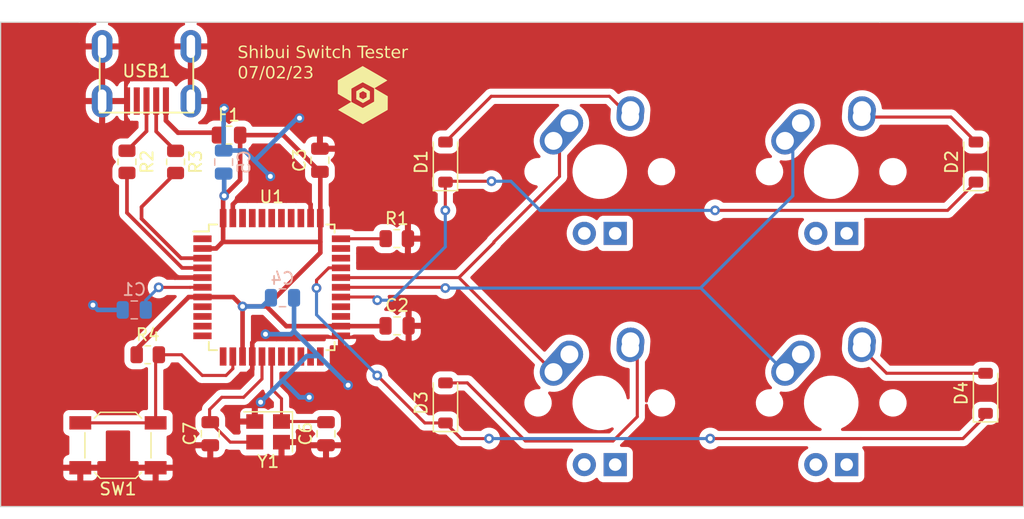
<source format=kicad_pcb>
(kicad_pcb (version 20221018) (generator pcbnew)
  (layers (0 "F.Cu" signal "Front") (31 "B.Cu" signal "Back") (34 "B.Paste" user) (35 "F.Paste" user) (36 "B.SilkS" user "B.Silkscreen") (37 "F.SilkS" user "F.Silkscreen") (38 "B.Mask" user) (39 "F.Mask" user) (44 "Edge.Cuts" user))
  (net 0 "")
  (net 2 "Net-(U1-UCAP)")
  (net 3 "GND")
  (net 4 "+5V")
  (net 5 "Net-(U1-XTAL1)")
  (net 6 "Net-(U1-XTAL2)")
  (net 7 "ROW0")
  (net 13 "Net-(D1-A)")
  (net 14 "Net-(D2-A)")
  (net 15 "ROW1")
  (net 16 "Net-(D3-A)")
  (net 17 "Net-(D4-A)")
  (net 23 "VCC")
  (net 28 "COL0")
  (net 36 "COL1")
  (net 37 "Net-(U1-~{HWB}{slash}PE2)")
  (net 38 "/D+_ic")
  (net 39 "/D-_ic")
  (net 40 "Net-(U1-~{RESET})")
  (net 42 "D+")
  (net 43 "D-")
  (footprint "Resistor_SMD:R_0805_2012Metric" (layer "F.Cu") (at 96.009821 54.727375)
    (fp_text reference "R1" (at 0 -1.65) (layer "F.SilkS"))
    (fp_text value "10k")
    (fp_line (start -0.227064 -0.735) (end 0.227064 -0.735) (stroke (width 0.12)) (layer "F.SilkS"))
    (fp_line (start -0.227064 0.735) (end 0.227064 0.735) (stroke (width 0.12)) (layer "F.SilkS"))
    (pad "1" smd roundrect (at -0.9125 0) (size 1.025 1.4) (layers "F.Cu" "F.Paste" "F.Mask") (roundrect_rratio 0.243902439) (net 37 "Net-(U1-~{HWB}{slash}PE2)"))
    (pad "2" smd roundrect (at 0.9125 0) (size 1.025 1.4) (layers "F.Cu" "F.Paste" "F.Mask") (roundrect_rratio 0.243902439) (net 3 "GND"))
  )
  (footprint "MX_Alps_Hybrid:MX-1U" (layer "F.Cu") (at 131.7625 49.2125)
    (fp_text reference "MX2")
    (fp_text value "MX-NoLED")
    (pad "" np_thru_hole circle (at -5.08 0 48.0996) (size 1.75 1.75) (drill 1.75) (layers "*.Cu" "*.Mask"))
    (pad "" np_thru_hole circle (at 0 0) (size 3.9878 3.9878) (drill 3.9878) (layers "*.Cu" "*.Mask"))
    (pad "" np_thru_hole circle (at 5.08 0 48.0996) (size 1.75 1.75) (drill 1.75) (layers "*.Cu" "*.Mask"))
    (pad "1" thru_hole oval (at -3.81 -2.54 48.099) (size 4.211556 2.25) (drill 1.47 (offset 0.980778 0)) (layers "*.Cu" "*.Mask") (net 36 "COL1"))
    (pad "1" thru_hole circle (at -2.5 -4) (size 2.25 2.25) (drill 1.47) (layers "*.Cu" "*.Mask") (net 36 "COL1"))
    (pad "2" thru_hole oval (at 2.5 -4.5 86.054) (size 2.831378 2.25) (drill 1.47 (offset 0.290689 0)) (layers "*.Cu" "*.Mask") (net 14 "Net-(D2-A)"))
    (pad "2" thru_hole circle (at 2.54 -5.08) (size 2.25 2.25) (drill 1.47) (layers "*.Cu" "B.Mask") (net 14 "Net-(D2-A)"))
    (pad "3" thru_hole circle (at -1.27 5.08) (size 1.905 1.905) (drill 1.04) (layers "*.Cu" "*.Mask"))
    (pad "4" thru_hole rect (at 1.27 5.08) (size 1.905 1.905) (drill 1.04) (layers "*.Cu" "*.Mask"))
  )
  (footprint "LOGO" (layer "F.Cu") (at 93.2 42.9)
    (fp_text reference "G***" hide)
    (fp_text value "LOGO" hide)
    (fp_poly (pts (xy 0.308773 -0.472663) (xy 0.591777 -0.309887) (xy 0.591777 0.012286) (xy 0.591777 0.33446) (xy 0.308852 0.497929) (xy 0.235573 0.540149) (xy 0.169047 0.57825) (xy 0.111856 0.610773) (xy 0.06658 0.636256) (xy 0.035801 0.653241) (xy 0.0221 0.660266) (xy 0.021666 0.660369) (xy 0.010923 0.654487) (xy -0.017231 0.638413) (xy -0.060173 0.613665) (xy -0.115278 0.581758) (xy -0.17992 0.54421) (xy -0.251476 0.502538) (xy -0.255276 0.500322) (xy -0.527958 0.341304) (xy -0.527958 0.182851) (xy -0.26688 0.182851) (xy -0.124737 0.264783) (xy -0.07319 0.294263) (xy -0.028936 0.319135) (xy 0.004216 0.33729) (xy 0.022452 0.346619) (xy 0.024605 0.347409) (xy 0.036777 0.342158) (xy 0.064993 0.327295) (xy 0.105296 0.304977) (xy 0.153728 0.277363) (xy 0.163846 0.271508) (xy 0.214418 0.241914) (xy 0.258422 0.215684) (xy 0.291562 0.195412) (xy 0.309542 0.183693) (xy 0.310701 0.182805) (xy 0.316936 0.170887) (xy 0.32092 0.145413) (xy 0.322836 0.10361) (xy 0.322869 0.042704) (xy 0.322305 0.007609) (xy 0.319095 -0.155481) (xy 0.172576 -0.240522) (xy 0.026056 -0.325564) (xy -0.120318 -0.241105) (xy -0.266692 -0.156647) (xy -0.266786 0.013102) (xy -0.26688 0.182851) (xy -0.527958 0.182851) (xy -0.527958 0.0126) (xy -0.527958 -0.316104) (xy -0.251095 -0.475771) (xy 0.025768 -0.635438)) (fill solid) (layer "F.SilkS"))
    (fp_poly (pts (xy 1.019323 -1.801936) (xy 1.195297 -1.700299) (xy 1.351882 -1.609628) (xy 1.489878 -1.529444) (xy 1.610083 -1.459269) (xy 1.713297 -1.398626) (xy 1.800321 -1.347036) (xy 1.871954 -1.304021) (xy 1.928996 -1.269103) (xy 1.972247 -1.241804) (xy 2.002505 -1.221647) (xy 2.020572 -1.208153) (xy 2.027247 -1.200844) (xy 2.027016 -1.199635) (xy 2.014617 -1.191323) (xy 1.984208 -1.172316) (xy 1.937723 -1.143786) (xy 1.877095 -1.106904) (xy 1.804259 -1.062843) (xy 1.721148 -1.012773) (xy 1.629695 -0.957867) (xy 1.531834 -0.899297) (xy 1.50265 -0.881864) (xy 1.403274 -0.82244) (xy 1.309727 -0.766331) (xy 1.223948 -0.714711) (xy 1.147871 -0.668753) (xy 1.083433 -0.62963) (xy 1.032572 -0.598517) (xy 0.997223 -0.576586) (xy 0.979324 -0.565012) (xy 0.97768 -0.563766) (xy 0.978902 -0.558131) (xy 0.990392 -0.547214) (xy 1.013324 -0.530278) (xy 1.048869 -0.506589) (xy 1.098199 -0.475414) (xy 1.162486 -0.436015) (xy 1.242903 -0.38766) (xy 1.340621 -0.329614) (xy 1.456813 -0.261141) (xy 1.51445 -0.227311) (xy 2.065637 0.095889) (xy 2.062627 0.657901) (xy 2.059616 1.219912) (xy 1.044312 1.806502) (xy 0.903069 1.888078) (xy 0.767429 1.966365) (xy 0.63875 2.040583) (xy 0.518391 2.109949) (xy 0.40771 2.173684) (xy 0.308064 2.231007) (xy 0.220811 2.281136) (xy 0.14731 2.323291) (xy 0.088919 2.356691) (xy 0.046995 2.380554) (xy 0.022897 2.3941) (xy 0.017405 2.397014) (xy 0.005026 2.392291) (xy -0.025039 2.377114) (xy -0.070458 2.352768) (xy -0.128899 2.32054) (xy -0.198027 2.281714) (xy -0.275512 2.237576) (xy -0.353906 2.192378) (xy -0.430775 2.147843) (xy -0.524628 2.093521) (xy -0.632341 2.031219) (xy -0.750793 1.962741) (xy -0.876861 1.88989) (xy -1.007422 1.814472) (xy -1.139355 1.738291) (xy -1.269536 1.663151) (xy -1.372068 1.603994) (xy -1.485123 1.53869) (xy -1.592034 1.476762) (xy -1.691136 1.419185) (xy -1.780768 1.366935) (xy -1.859265 1.320985) (xy -1.924963 1.282311) (xy -1.976198 1.251887) (xy -2.011308 1.230689) (xy -2.028628 1.21969) (xy -2.030203 1.218365) (xy -2.020467 1.211505) (xy -1.992591 1.193887) (xy -1.948381 1.166609) (xy -1.889648 1.130769) (xy -1.818199 1.087464) (xy -1.735844 1.037791) (xy -1.644392 0.982849) (xy -1.54565 0.923735) (xy -1.485244 0.887666) (xy -1.383073 0.82661) (xy -1.287132 0.769072) (xy -1.199231 0.716149) (xy -1.121178 0.668942) (xy -1.054782 0.628549) (xy -1.001854 0.59607) (xy -0.964201 0.572603) (xy -0.943633 0.559248) (xy -0.940244 0.556562) (xy -0.949898 0.549711) (xy -0.977794 0.532245) (xy -1.022131 0.505242) (xy -1.081105 0.469779) (xy -1.152911 0.426934) (xy -1.235748 0.377784) (xy -1.327811 0.323406) (xy -1.427298 0.264877) (xy -1.493947 0.225788) (xy -2.048013 -0.09878) (xy -2.048013 -0.527958) (xy -0.928356 -0.527958) (xy -0.925416 0.020892) (xy -0.922476 0.569741) (xy -0.458337 0.816913) (xy 0.005802 1.064086) (xy 0.093924 1.016488) (xy 0.124497 0.9997) (xy 0.172303 0.973098) (xy 0.2344 0.938336) (xy 0.307843 0.897067) (xy 0.389692 0.850944) (xy 0.477002 0.801621) (xy 0.560703 0.754226) (xy 0.939359 0.539561) (xy 0.93962 -0.007615) (xy 0.939881 -0.554791) (xy 0.478643 -0.798692) (xy 0.383067 -0.849173) (xy 0.293641 -0.896288) (xy 0.212486 -0.938931) (xy 0.141722 -0.975992) (xy 0.083468 -1.006363) (xy 0.039845 -1.028935) (xy 0.012973 -1.0426) (xy 0.00503 -1.046354) (xy -0.007304 -1.041571) (xy -0.037715 -1.026387) (xy -0.084136 -1.001926) (xy -0.144501 -0.969314) (xy -0.216745 -0.929673) (xy -0.298801 -0.884128) (xy -0.388604 -0.833804) (xy -0.467851 -0.789036) (xy -0.928356 -0.527958) (xy -2.048013 -0.527958) (xy -2.048013 -0.654364) (xy -2.048013 -1.209947) (xy -1.025098 -1.800628) (xy -0.002184 -2.391309)) (fill solid) (layer "F.SilkS"))
  )
  (footprint "Capacitor_SMD:C_0805_2012Metric" (layer "F.Cu") (at 89.68125 48.268896 90)
    (fp_text reference "C3" (at 0 -1.68 90) (layer "F.SilkS"))
    (fp_text value "10uF")
    (fp_line (start -0.261252 -0.735) (end 0.261252 -0.735) (stroke (width 0.12)) (layer "F.SilkS"))
    (fp_line (start -0.261252 0.735) (end 0.261252 0.735) (stroke (width 0.12)) (layer "F.SilkS"))
    (pad "1" smd roundrect (at -0.95 0 90) (size 1 1.45) (layers "F.Cu" "F.Paste" "F.Mask") (net 4 "+5V"))
    (pad "2" smd roundrect (at 0.95 0 90) (size 1 1.45) (layers "F.Cu" "F.Paste" "F.Mask") (net 3 "GND"))
  )
  (footprint "Diode_SMD:D_SOD-123" (layer "F.Cu") (at 100.0125 68.2625 90)
    (fp_text reference "D3" (at 0 -2 90) (layer "F.SilkS"))
    (fp_text value "D_Small")
    (fp_line (start -2.36 -1) (end -2.36 1) (stroke (width 0.12)) (layer "F.SilkS"))
    (fp_line (start -2.36 -1) (end 1.65 -1) (stroke (width 0.12)) (layer "F.SilkS"))
    (fp_line (start -2.36 1) (end 1.65 1) (stroke (width 0.12)) (layer "F.SilkS"))
    (pad "1" smd roundrect (at -1.65 0 90) (size 0.9 1.2) (layers "F.Cu" "F.Paste" "F.Mask") (net 15 "ROW1"))
    (pad "2" smd roundrect (at 1.65 0 90) (size 0.9 1.2) (layers "F.Cu" "F.Paste" "F.Mask") (net 16 "Net-(D3-A)"))
  )
  (footprint "Resistor_SMD:R_0805_2012Metric" (layer "F.Cu") (at 73.8 48.4 -90)
    (fp_text reference "R2" (at 0 -1.65 90) (layer "F.SilkS"))
    (fp_text value "22")
    (fp_line (start -0.227064 -0.735) (end 0.227064 -0.735) (stroke (width 0.12)) (layer "F.SilkS"))
    (fp_line (start -0.227064 0.735) (end 0.227064 0.735) (stroke (width 0.12)) (layer "F.SilkS"))
    (pad "1" smd roundrect (at -0.9125 0 270) (size 1.025 1.4) (layers "F.Cu" "F.Paste" "F.Mask") (roundrect_rratio 0.243902439) (net 42 "D+"))
    (pad "2" smd roundrect (at 0.9125 0 270) (size 1.025 1.4) (layers "F.Cu" "F.Paste" "F.Mask") (roundrect_rratio 0.243902439) (net 38 "/D+_ic"))
  )
  (footprint "Diode_SMD:D_SOD-123" (layer "F.Cu") (at 144.4625 67.46875 90)
    (fp_text reference "D4" (at 0 -2 90) (layer "F.SilkS"))
    (fp_text value "D_Small")
    (fp_line (start -2.36 -1) (end -2.36 1) (stroke (width 0.12)) (layer "F.SilkS"))
    (fp_line (start -2.36 -1) (end 1.65 -1) (stroke (width 0.12)) (layer "F.SilkS"))
    (fp_line (start -2.36 1) (end 1.65 1) (stroke (width 0.12)) (layer "F.SilkS"))
    (pad "1" smd roundrect (at -1.65 0 90) (size 0.9 1.2) (layers "F.Cu" "F.Paste" "F.Mask") (net 15 "ROW1"))
    (pad "2" smd roundrect (at 1.65 0 90) (size 0.9 1.2) (layers "F.Cu" "F.Paste" "F.Mask") (net 17 "Net-(D4-A)"))
  )
  (footprint "MX_Alps_Hybrid:MX-1U" (layer "F.Cu") (at 131.7625 68.2625)
    (fp_text reference "MX4")
    (fp_text value "MX-NoLED")
    (pad "" np_thru_hole circle (at -5.08 0 48.0996) (size 1.75 1.75) (drill 1.75) (layers "*.Cu" "*.Mask"))
    (pad "" np_thru_hole circle (at 0 0) (size 3.9878 3.9878) (drill 3.9878) (layers "*.Cu" "*.Mask"))
    (pad "" np_thru_hole circle (at 5.08 0 48.0996) (size 1.75 1.75) (drill 1.75) (layers "*.Cu" "*.Mask"))
    (pad "1" thru_hole oval (at -3.81 -2.54 48.099) (size 4.211556 2.25) (drill 1.47 (offset 0.980778 0)) (layers "*.Cu" "*.Mask") (net 36 "COL1"))
    (pad "1" thru_hole circle (at -2.5 -4) (size 2.25 2.25) (drill 1.47) (layers "*.Cu" "*.Mask") (net 36 "COL1"))
    (pad "2" thru_hole oval (at 2.5 -4.5 86.054) (size 2.831378 2.25) (drill 1.47 (offset 0.290689 0)) (layers "*.Cu" "*.Mask") (net 17 "Net-(D4-A)"))
    (pad "2" thru_hole circle (at 2.54 -5.08) (size 2.25 2.25) (drill 1.47) (layers "*.Cu" "B.Mask") (net 17 "Net-(D4-A)"))
    (pad "3" thru_hole circle (at -1.27 5.08) (size 1.905 1.905) (drill 1.04) (layers "*.Cu" "*.Mask"))
    (pad "4" thru_hole rect (at 1.27 5.08) (size 1.905 1.905) (drill 1.04) (layers "*.Cu" "*.Mask"))
  )
  (footprint "Diode_SMD:D_SOD-123" (layer "F.Cu") (at 143.66875 48.41875 90)
    (fp_text reference "D2" (at 0 -2 90) (layer "F.SilkS"))
    (fp_text value "D_Small")
    (fp_line (start -2.36 -1) (end -2.36 1) (stroke (width 0.12)) (layer "F.SilkS"))
    (fp_line (start -2.36 -1) (end 1.65 -1) (stroke (width 0.12)) (layer "F.SilkS"))
    (fp_line (start -2.36 1) (end 1.65 1) (stroke (width 0.12)) (layer "F.SilkS"))
    (pad "1" smd roundrect (at -1.65 0 90) (size 0.9 1.2) (layers "F.Cu" "F.Paste" "F.Mask") (net 7 "ROW0"))
    (pad "2" smd roundrect (at 1.65 0 90) (size 0.9 1.2) (layers "F.Cu" "F.Paste" "F.Mask") (net 14 "Net-(D2-A)"))
  )
  (footprint "Capacitor_SMD:C_0805_2012Metric" (layer "F.Cu") (at 96.03125 61.9125)
    (fp_text reference "C2" (at 0 -1.68) (layer "F.SilkS"))
    (fp_text value "0.1uF")
    (fp_line (start -0.261252 -0.735) (end 0.261252 -0.735) (stroke (width 0.12)) (layer "F.SilkS"))
    (fp_line (start -0.261252 0.735) (end 0.261252 0.735) (stroke (width 0.12)) (layer "F.SilkS"))
    (pad "1" smd roundrect (at -0.95 0) (size 1 1.45) (layers "F.Cu" "F.Paste" "F.Mask") (net 4 "+5V"))
    (pad "2" smd roundrect (at 0.95 0) (size 1 1.45) (layers "F.Cu" "F.Paste" "F.Mask") (net 3 "GND"))
  )
  (footprint "Capacitor_SMD:C_0805_2012Metric" (layer "F.Cu") (at 80.65625 70.8 90)
    (fp_text reference "C7" (at 0 -1.68 90) (layer "F.SilkS"))
    (fp_text value "22pF")
    (fp_line (start -0.261252 -0.735) (end 0.261252 -0.735) (stroke (width 0.12)) (layer "F.SilkS"))
    (fp_line (start -0.261252 0.735) (end 0.261252 0.735) (stroke (width 0.12)) (layer "F.SilkS"))
    (pad "1" smd roundrect (at -0.95 0 90) (size 1 1.45) (layers "F.Cu" "F.Paste" "F.Mask") (net 3 "GND"))
    (pad "2" smd roundrect (at 0.95 0 90) (size 1 1.45) (layers "F.Cu" "F.Paste" "F.Mask") (net 6 "Net-(U1-XTAL2)"))
  )
  (footprint "Crystal:Crystal_SMD_3225-4Pin_3.2x2.5mm" (layer "F.Cu") (at 85.41875 70.64375 180)
    (fp_text reference "Y1" (at 0 -2.45) (layer "F.SilkS"))
    (fp_text value "16MHz")
    (fp_line (start -2 -1.65) (end -2 1.65) (stroke (width 0.12)) (layer "F.SilkS"))
    (fp_line (start -2 1.65) (end 2 1.65) (stroke (width 0.12)) (layer "F.SilkS"))
    (pad "1" smd rect (at -1.1 0.85 180) (size 1.4 1.2) (layers "F.Cu" "F.Paste" "F.Mask") (net 5 "Net-(U1-XTAL1)"))
    (pad "2" smd rect (at 1.1 0.85 180) (size 1.4 1.2) (layers "F.Cu" "F.Paste" "F.Mask") (net 3 "GND"))
    (pad "3" smd rect (at 1.1 -0.85 180) (size 1.4 1.2) (layers "F.Cu" "F.Paste" "F.Mask") (net 6 "Net-(U1-XTAL2)"))
    (pad "4" smd rect (at -1.1 -0.85 180) (size 1.4 1.2) (layers "F.Cu" "F.Paste" "F.Mask") (net 3 "GND"))
  )
  (footprint "Resistor_SMD:R_0805_2012Metric" (layer "F.Cu") (at 77.8 48.407395 -90)
    (fp_text reference "R3" (at 0 -1.65 90) (layer "F.SilkS"))
    (fp_text value "22")
    (fp_line (start -0.227064 -0.735) (end 0.227064 -0.735) (stroke (width 0.12)) (layer "F.SilkS"))
    (fp_line (start -0.227064 0.735) (end 0.227064 0.735) (stroke (width 0.12)) (layer "F.SilkS"))
    (pad "1" smd roundrect (at -0.9125 0 270) (size 1.025 1.4) (layers "F.Cu" "F.Paste" "F.Mask") (roundrect_rratio 0.243902439) (net 43 "D-"))
    (pad "2" smd roundrect (at 0.9125 0 270) (size 1.025 1.4) (layers "F.Cu" "F.Paste" "F.Mask") (roundrect_rratio 0.243902439) (net 39 "/D-_ic"))
  )
  (footprint "MX_Alps_Hybrid:MX-1U" (layer "F.Cu") (at 112.7125 49.2125)
    (fp_text reference "MX1")
    (fp_text value "MX-NoLED")
    (pad "" np_thru_hole circle (at -5.08 0 48.0996) (size 1.75 1.75) (drill 1.75) (layers "*.Cu" "*.Mask"))
    (pad "" np_thru_hole circle (at 0 0) (size 3.9878 3.9878) (drill 3.9878) (layers "*.Cu" "*.Mask"))
    (pad "" np_thru_hole circle (at 5.08 0 48.0996) (size 1.75 1.75) (drill 1.75) (layers "*.Cu" "*.Mask"))
    (pad "1" thru_hole oval (at -3.81 -2.54 48.099) (size 4.211556 2.25) (drill 1.47 (offset 0.980778 0)) (layers "*.Cu" "*.Mask") (net 28 "COL0"))
    (pad "1" thru_hole circle (at -2.5 -4) (size 2.25 2.25) (drill 1.47) (layers "*.Cu" "*.Mask") (net 28 "COL0"))
    (pad "2" thru_hole oval (at 2.5 -4.5 86.054) (size 2.831378 2.25) (drill 1.47 (offset 0.290689 0)) (layers "*.Cu" "*.Mask") (net 13 "Net-(D1-A)"))
    (pad "2" thru_hole circle (at 2.54 -5.08) (size 2.25 2.25) (drill 1.47) (layers "*.Cu" "B.Mask") (net 13 "Net-(D1-A)"))
    (pad "3" thru_hole circle (at -1.27 5.08) (size 1.905 1.905) (drill 1.04) (layers "*.Cu" "*.Mask"))
    (pad "4" thru_hole rect (at 1.27 5.08) (size 1.905 1.905) (drill 1.04) (layers "*.Cu" "*.Mask"))
  )
  (footprint "Capacitor_SMD:C_0805_2012Metric" (layer "F.Cu") (at 90.18125 70.8 90)
    (fp_text reference "C6" (at 0 -1.68 90) (layer "F.SilkS"))
    (fp_text value "22pF")
    (fp_line (start -0.261252 -0.735) (end 0.261252 -0.735) (stroke (width 0.12)) (layer "F.SilkS"))
    (fp_line (start -0.261252 0.735) (end 0.261252 0.735) (stroke (width 0.12)) (layer "F.SilkS"))
    (pad "1" smd roundrect (at -0.95 0 90) (size 1 1.45) (layers "F.Cu" "F.Paste" "F.Mask") (net 3 "GND"))
    (pad "2" smd roundrect (at 0.95 0 90) (size 1 1.45) (layers "F.Cu" "F.Paste" "F.Mask") (net 5 "Net-(U1-XTAL1)"))
  )
  (footprint "Button_Switch_SMD:SW_SPST_SKQG_WithStem" (layer "F.Cu") (at 73.058734 71.753212 180)
    (fp_text reference "SW1" (at 0 -3.6) (layer "F.SilkS"))
    (fp_text value "SW_Push")
    (fp_line (start -2.72 1.04) (end -2.72 -1.04) (stroke (width 0.12)) (layer "F.SilkS"))
    (fp_line (start -1.45 -2.72) (end -1.94 -2.23) (stroke (width 0.12)) (layer "F.SilkS"))
    (fp_line (start -1.45 -2.72) (end 1.45 -2.72) (stroke (width 0.12)) (layer "F.SilkS"))
    (fp_line (start -1.45 2.72) (end -1.94 2.23) (stroke (width 0.12)) (layer "F.SilkS"))
    (fp_line (start -1.45 2.72) (end 1.45 2.72) (stroke (width 0.12)) (layer "F.SilkS"))
    (fp_line (start 1.45 -2.72) (end 1.94 -2.23) (stroke (width 0.12)) (layer "F.SilkS"))
    (fp_line (start 1.45 2.72) (end 1.94 2.23) (stroke (width 0.12)) (layer "F.SilkS"))
    (fp_line (start 2.72 1.04) (end 2.72 -1.04) (stroke (width 0.12)) (layer "F.SilkS"))
    (pad "1" smd rect (at -3.1 -1.85 180) (size 1.8 1.1) (layers "F.Cu" "F.Paste" "F.Mask") (net 3 "GND"))
    (pad "1" smd rect (at 3.1 -1.85 180) (size 1.8 1.1) (layers "F.Cu" "F.Paste" "F.Mask") (net 3 "GND"))
    (pad "2" smd rect (at -3.1 1.85 180) (size 1.8 1.1) (layers "F.Cu" "F.Paste" "F.Mask") (net 40 "Net-(U1-~{RESET})"))
    (pad "2" smd rect (at 3.1 1.85 180) (size 1.8 1.1) (layers "F.Cu" "F.Paste" "F.Mask") (net 40 "Net-(U1-~{RESET})"))
    (zone (net 0) (net_name "") (layer "F.Cu") (connect_pads (clearance 0)) (min_thickness 0.254)
      (keepout (tracks not_allowed) (vias not_allowed) (pads not_allowed) (copperpour not_allowed) (footprints not_allowed))
      (fill (thermal_gap 0.508) (thermal_bridge_width 0.508))
      (polygon (pts (xy 72.058734 73.053212) (xy 69.058734 73.053212) (xy 69.058734 70.453212) (xy 72.058734 70.453212)))
    )
    (zone (net 0) (net_name "") (layer "F.Cu") (connect_pads (clearance 0)) (min_thickness 0.254)
      (keepout (tracks not_allowed) (vias not_allowed) (pads not_allowed) (copperpour not_allowed) (footprints not_allowed))
      (fill (thermal_gap 0.508) (thermal_bridge_width 0.508))
      (polygon (pts (xy 77.058734 73.053212) (xy 74.058734 73.053212) (xy 74.058734 70.453212) (xy 77.058734 70.453212)))
    )
  )
  (footprint "random-keyboard-parts:Molex-0548190589" (layer "F.Cu") (at 75.40625 38.89375 -90)
    (fp_text reference "USB1" (at 2.032 0) (layer "F.SilkS"))
    (fp_text value "Molex-0548190589")
    (fp_line (start 0 -3.85) (end 5.45 -3.85) (stroke (width 0.15)) (layer "F.SilkS"))
    (fp_line (start 0 3.85) (end 5.45 3.85) (stroke (width 0.15)) (layer "F.SilkS"))
    (fp_line (start 5.45 -3.85) (end 5.45 3.85) (stroke (width 0.15)) (layer "F.SilkS"))
    (pad "1" smd rect (at 4.5 1.6 270) (size 2.25 0.5) (layers "F.Cu" "F.Paste" "F.Mask") (net 3 "GND"))
    (pad "2" smd rect (at 4.5 0.8 270) (size 2.25 0.5) (layers "F.Cu" "F.Paste" "F.Mask"))
    (pad "3" smd rect (at 4.5 0 270) (size 2.25 0.5) (layers "F.Cu" "F.Paste" "F.Mask") (net 42 "D+"))
    (pad "4" smd rect (at 4.5 -0.8 270) (size 2.25 0.5) (layers "F.Cu" "F.Paste" "F.Mask") (net 43 "D-"))
    (pad "5" smd rect (at 4.5 -1.6 270) (size 2.25 0.5) (layers "F.Cu" "F.Paste" "F.Mask") (net 23 "VCC"))
    (pad "6" thru_hole oval (at 0 -3.65 270) (size 2.7 1.7) (drill oval 1.9 0.7) (layers "*.Cu" "*.Mask") (net 3 "GND"))
    (pad "6" thru_hole oval (at 0 3.65 270) (size 2.7 1.7) (drill oval 1.9 0.7) (layers "*.Cu" "*.Mask") (net 3 "GND"))
    (pad "6" thru_hole oval (at 4.5 -3.65 270) (size 2.7 1.7) (drill oval 1.9 0.7) (layers "*.Cu" "*.Mask") (net 3 "GND"))
    (pad "6" thru_hole oval (at 4.5 3.65 270) (size 2.7 1.7) (drill oval 1.9 0.7) (layers "*.Cu" "*.Mask") (net 3 "GND"))
  )
  (footprint "Diode_SMD:D_SOD-123" (layer "F.Cu") (at 100.0125 48.41875 90)
    (fp_text reference "D1" (at 0 -2 90) (layer "F.SilkS"))
    (fp_text value "D_Small")
    (fp_line (start -2.36 -1) (end -2.36 1) (stroke (width 0.12)) (layer "F.SilkS"))
    (fp_line (start -2.36 -1) (end 1.65 -1) (stroke (width 0.12)) (layer "F.SilkS"))
    (fp_line (start -2.36 1) (end 1.65 1) (stroke (width 0.12)) (layer "F.SilkS"))
    (pad "1" smd roundrect (at -1.65 0 90) (size 0.9 1.2) (layers "F.Cu" "F.Paste" "F.Mask") (net 7 "ROW0"))
    (pad "2" smd roundrect (at 1.65 0 90) (size 0.9 1.2) (layers "F.Cu" "F.Paste" "F.Mask") (net 13 "Net-(D1-A)"))
  )
  (footprint "Package_QFP:TQFP-44_10x10mm_P0.8mm" (layer "F.Cu") (at 85.7125 58.7375)
    (fp_text reference "U1" (at 0 -7.45) (layer "F.SilkS"))
    (fp_text value "ATmega32U4-A")
    (fp_line (start -5.175 -5.175) (end -5.175 -4.6) (stroke (width 0.15)) (layer "F.SilkS"))
    (fp_line (start -5.175 -5.175) (end -4.5 -5.175) (stroke (width 0.15)) (layer "F.SilkS"))
    (fp_line (start -5.175 -4.6) (end -6.45 -4.6) (stroke (width 0.15)) (layer "F.SilkS"))
    (fp_line (start -5.175 5.175) (end -5.175 4.5) (stroke (width 0.15)) (layer "F.SilkS"))
    (fp_line (start -5.175 5.175) (end -4.5 5.175) (stroke (width 0.15)) (layer "F.SilkS"))
    (fp_line (start 5.175 -5.175) (end 4.5 -5.175) (stroke (width 0.15)) (layer "F.SilkS"))
    (fp_line (start 5.175 -5.175) (end 5.175 -4.5) (stroke (width 0.15)) (layer "F.SilkS"))
    (fp_line (start 5.175 5.175) (end 4.5 5.175) (stroke (width 0.15)) (layer "F.SilkS"))
    (fp_line (start 5.175 5.175) (end 5.175 4.5) (stroke (width 0.15)) (layer "F.SilkS"))
    (pad "1" smd rect (at -5.7 -4) (size 1.5 0.55) (layers "F.Cu" "F.Paste" "F.Mask"))
    (pad "2" smd rect (at -5.7 -3.2) (size 1.5 0.55) (layers "F.Cu" "F.Paste" "F.Mask") (net 4 "+5V"))
    (pad "3" smd rect (at -5.7 -2.4) (size 1.5 0.55) (layers "F.Cu" "F.Paste" "F.Mask") (net 39 "/D-_ic"))
    (pad "4" smd rect (at -5.7 -1.6) (size 1.5 0.55) (layers "F.Cu" "F.Paste" "F.Mask") (net 38 "/D+_ic"))
    (pad "5" smd rect (at -5.7 -0.8) (size 1.5 0.55) (layers "F.Cu" "F.Paste" "F.Mask") (net 3 "GND"))
    (pad "6" smd rect (at -5.7 0) (size 1.5 0.55) (layers "F.Cu" "F.Paste" "F.Mask") (net 2 "Net-(U1-UCAP)"))
    (pad "7" smd rect (at -5.7 0.8) (size 1.5 0.55) (layers "F.Cu" "F.Paste" "F.Mask") (net 4 "+5V"))
    (pad "8" smd rect (at -5.7 1.6) (size 1.5 0.55) (layers "F.Cu" "F.Paste" "F.Mask"))
    (pad "9" smd rect (at -5.7 2.4) (size 1.5 0.55) (layers "F.Cu" "F.Paste" "F.Mask"))
    (pad "10" smd rect (at -5.7 3.2) (size 1.5 0.55) (layers "F.Cu" "F.Paste" "F.Mask"))
    (pad "11" smd rect (at -5.7 4) (size 1.5 0.55) (layers "F.Cu" "F.Paste" "F.Mask"))
    (pad "12" smd rect (at -4 5.7 90) (size 1.5 0.55) (layers "F.Cu" "F.Paste" "F.Mask"))
    (pad "13" smd rect (at -3.2 5.7 90) (size 1.5 0.55) (layers "F.Cu" "F.Paste" "F.Mask") (net 40 "Net-(U1-~{RESET})"))
    (pad "14" smd rect (at -2.4 5.7 90) (size 1.5 0.55) (layers "F.Cu" "F.Paste" "F.Mask") (net 4 "+5V"))
    (pad "15" smd rect (at -1.6 5.7 90) (size 1.5 0.55) (layers "F.Cu" "F.Paste" "F.Mask") (net 3 "GND"))
    (pad "16" smd rect (at -0.8 5.7 90) (size 1.5 0.55) (layers "F.Cu" "F.Paste" "F.Mask") (net 6 "Net-(U1-XTAL2)"))
    (pad "17" smd rect (at 0 5.7 90) (size 1.5 0.55) (layers "F.Cu" "F.Paste" "F.Mask") (net 5 "Net-(U1-XTAL1)"))
    (pad "18" smd rect (at 0.8 5.7 90) (size 1.5 0.55) (layers "F.Cu" "F.Paste" "F.Mask"))
    (pad "19" smd rect (at 1.6 5.7 90) (size 1.5 0.55) (layers "F.Cu" "F.Paste" "F.Mask"))
    (pad "20" smd rect (at 2.4 5.7 90) (size 1.5 0.55) (layers "F.Cu" "F.Paste" "F.Mask"))
    (pad "21" smd rect (at 3.2 5.7 90) (size 1.5 0.55) (layers "F.Cu" "F.Paste" "F.Mask"))
    (pad "22" smd rect (at 4 5.7 90) (size 1.5 0.55) (layers "F.Cu" "F.Paste" "F.Mask"))
    (pad "23" smd rect (at 5.7 4) (size 1.5 0.55) (layers "F.Cu" "F.Paste" "F.Mask") (net 3 "GND"))
    (pad "24" smd rect (at 5.7 3.2) (size 1.5 0.55) (layers "F.Cu" "F.Paste" "F.Mask") (net 4 "+5V"))
    (pad "25" smd rect (at 5.7 2.4) (size 1.5 0.55) (layers "F.Cu" "F.Paste" "F.Mask"))
    (pad "26" smd rect (at 5.7 1.6) (size 1.5 0.55) (layers "F.Cu" "F.Paste" "F.Mask"))
    (pad "27" smd rect (at 5.7 0.8) (size 1.5 0.55) (layers "F.Cu" "F.Paste" "F.Mask") (net 7 "ROW0"))
    (pad "28" smd rect (at 5.7 0) (size 1.5 0.55) (layers "F.Cu" "F.Paste" "F.Mask") (net 36 "COL1"))
    (pad "29" smd rect (at 5.7 -0.8) (size 1.5 0.55) (layers "F.Cu" "F.Paste" "F.Mask") (net 28 "COL0"))
    (pad "30" smd rect (at 5.7 -1.6) (size 1.5 0.55) (layers "F.Cu" "F.Paste" "F.Mask") (net 15 "ROW1"))
    (pad "31" smd rect (at 5.7 -2.4) (size 1.5 0.55) (layers "F.Cu" "F.Paste" "F.Mask"))
    (pad "32" smd rect (at 5.7 -3.2) (size 1.5 0.55) (layers "F.Cu" "F.Paste" "F.Mask"))
    (pad "33" smd rect (at 5.7 -4) (size 1.5 0.55) (layers "F.Cu" "F.Paste" "F.Mask") (net 37 "Net-(U1-~{HWB}{slash}PE2)"))
    (pad "34" smd rect (at 4 -5.7 90) (size 1.5 0.55) (layers "F.Cu" "F.Paste" "F.Mask") (net 4 "+5V"))
    (pad "35" smd rect (at 3.2 -5.7 90) (size 1.5 0.55) (layers "F.Cu" "F.Paste" "F.Mask") (net 3 "GND"))
    (pad "36" smd rect (at 2.4 -5.7 90) (size 1.5 0.55) (layers "F.Cu" "F.Paste" "F.Mask"))
    (pad "37" smd rect (at 1.6 -5.7 90) (size 1.5 0.55) (layers "F.Cu" "F.Paste" "F.Mask"))
    (pad "38" smd rect (at 0.8 -5.7 90) (size 1.5 0.55) (layers "F.Cu" "F.Paste" "F.Mask"))
    (pad "39" smd rect (at 0 -5.7 90) (size 1.5 0.55) (layers "F.Cu" "F.Paste" "F.Mask"))
    (pad "40" smd rect (at -0.8 -5.7 90) (size 1.5 0.55) (layers "F.Cu" "F.Paste" "F.Mask"))
    (pad "41" smd rect (at -1.6 -5.7 90) (size 1.5 0.55) (layers "F.Cu" "F.Paste" "F.Mask"))
    (pad "42" smd rect (at -2.4 -5.7 90) (size 1.5 0.55) (layers "F.Cu" "F.Paste" "F.Mask"))
    (pad "43" smd rect (at -3.2 -5.7 90) (size 1.5 0.55) (layers "F.Cu" "F.Paste" "F.Mask") (net 3 "GND"))
    (pad "44" smd rect (at -4 -5.7 90) (size 1.5 0.55) (layers "F.Cu" "F.Paste" "F.Mask") (net 4 "+5V"))
  )
  (footprint "Resistor_SMD:R_0805_2012Metric" (layer "F.Cu") (at 82.2 46.2)
    (fp_text reference "F1" (at 0 -1.65) (layer "F.SilkS"))
    (fp_text value "500mA")
    (fp_line (start -0.227064 -0.735) (end 0.227064 -0.735) (stroke (width 0.12)) (layer "F.SilkS"))
    (fp_line (start -0.227064 0.735) (end 0.227064 0.735) (stroke (width 0.12)) (layer "F.SilkS"))
    (pad "1" smd roundrect (at -0.9125 0) (size 1.025 1.4) (layers "F.Cu" "F.Paste" "F.Mask") (roundrect_rratio 0.243902439) (net 23 "VCC"))
    (pad "2" smd roundrect (at 0.9125 0) (size 1.025 1.4) (layers "F.Cu" "F.Paste" "F.Mask") (roundrect_rratio 0.243902439) (net 4 "+5V"))
  )
  (footprint "MX_Alps_Hybrid:MX-1U" (layer "F.Cu") (at 112.7125 68.2625)
    (fp_text reference "MX3")
    (fp_text value "MX-NoLED")
    (pad "" np_thru_hole circle (at -5.08 0 48.0996) (size 1.75 1.75) (drill 1.75) (layers "*.Cu" "*.Mask"))
    (pad "" np_thru_hole circle (at 0 0) (size 3.9878 3.9878) (drill 3.9878) (layers "*.Cu" "*.Mask"))
    (pad "" np_thru_hole circle (at 5.08 0 48.0996) (size 1.75 1.75) (drill 1.75) (layers "*.Cu" "*.Mask"))
    (pad "1" thru_hole oval (at -3.81 -2.54 48.099) (size 4.211556 2.25) (drill 1.47 (offset 0.980778 0)) (layers "*.Cu" "*.Mask") (net 28 "COL0"))
    (pad "1" thru_hole circle (at -2.5 -4) (size 2.25 2.25) (drill 1.47) (layers "*.Cu" "*.Mask") (net 28 "COL0"))
    (pad "2" thru_hole oval (at 2.5 -4.5 86.054) (size 2.831378 2.25) (drill 1.47 (offset 0.290689 0)) (layers "*.Cu" "*.Mask") (net 16 "Net-(D3-A)"))
    (pad "2" thru_hole circle (at 2.54 -5.08) (size 2.25 2.25) (drill 1.47) (layers "*.Cu" "B.Mask") (net 16 "Net-(D3-A)"))
    (pad "3" thru_hole circle (at -1.27 5.08) (size 1.905 1.905) (drill 1.04) (layers "*.Cu" "*.Mask"))
    (pad "4" thru_hole rect (at 1.27 5.08) (size 1.905 1.905) (drill 1.04) (layers "*.Cu" "*.Mask"))
  )
  (footprint "Resistor_SMD:R_0805_2012Metric" (layer "F.Cu") (at 75.5125 64.29375)
    (fp_text reference "R4" (at 0 -1.65) (layer "F.SilkS"))
    (fp_text value "10k")
    (fp_line (start -0.227064 -0.735) (end 0.227064 -0.735) (stroke (width 0.12)) (layer "F.SilkS"))
    (fp_line (start -0.227064 0.735) (end 0.227064 0.735) (stroke (width 0.12)) (layer "F.SilkS"))
    (pad "1" smd roundrect (at -0.9125 0) (size 1.025 1.4) (layers "F.Cu" "F.Paste" "F.Mask") (roundrect_rratio 0.243902439) (net 4 "+5V"))
    (pad "2" smd roundrect (at 0.9125 0) (size 1.025 1.4) (layers "F.Cu" "F.Paste" "F.Mask") (roundrect_rratio 0.243902439) (net 40 "Net-(U1-~{RESET})"))
  )
  (footprint "Capacitor_SMD:C_0805_2012Metric" (layer "B.Cu") (at 81.75625 48.41875 90)
    (fp_text reference "C5" (at 0 1.68 90) (layer "B.SilkS") (effects (justify mirror)))
    (fp_text value "0.1uF")
    (fp_line (start -0.261252 -0.735) (end 0.261252 -0.735) (stroke (width 0.12)) (layer "B.SilkS"))
    (fp_line (start -0.261252 0.735) (end 0.261252 0.735) (stroke (width 0.12)) (layer "B.SilkS"))
    (pad "1" smd roundrect (at -0.95 0 90) (size 1 1.45) (layers "B.Cu" "B.Paste" "B.Mask") (net 4 "+5V"))
    (pad "2" smd roundrect (at 0.95 0 90) (size 1 1.45) (layers "B.Cu" "B.Paste" "B.Mask") (net 3 "GND"))
  )
  (footprint "Capacitor_SMD:C_0805_2012Metric" (layer "B.Cu") (at 74.4 60.6 180)
    (fp_text reference "C1" (at 0 1.68) (layer "B.SilkS") (effects (justify mirror)))
    (fp_text value "1uF")
    (fp_line (start -0.261252 -0.735) (end 0.261252 -0.735) (stroke (width 0.12)) (layer "B.SilkS"))
    (fp_line (start -0.261252 0.735) (end 0.261252 0.735) (stroke (width 0.12)) (layer "B.SilkS"))
    (pad "1" smd roundrect (at -0.95 0 180) (size 1 1.45) (layers "B.Cu" "B.Paste" "B.Mask") (net 2 "Net-(U1-UCAP)"))
    (pad "2" smd roundrect (at 0.95 0 180) (size 1 1.45) (layers "B.Cu" "B.Paste" "B.Mask") (net 3 "GND"))
  )
  (footprint "Capacitor_SMD:C_0805_2012Metric" (layer "B.Cu") (at 86.6 59.6)
    (fp_text reference "C4" (at 0 -1.5875) (layer "B.SilkS") (effects (justify mirror)))
    (fp_text value "0.1uF")
    (fp_line (start -0.261252 -0.735) (end 0.261252 -0.735) (stroke (width 0.12)) (layer "B.SilkS"))
    (fp_line (start -0.261252 0.735) (end 0.261252 0.735) (stroke (width 0.12)) (layer "B.SilkS"))
    (pad "1" smd roundrect (at -0.95 0) (size 1 1.45) (layers "B.Cu" "B.Paste" "B.Mask") (net 4 "+5V"))
    (pad "2" smd roundrect (at 0.95 0) (size 1 1.45) (layers "B.Cu" "B.Paste" "B.Mask") (net 3 "GND"))
  )
  (gr_line (start 147.6 36.9) (end 147.6 76.8) (stroke (width 0.1)) (layer "Edge.Cuts"))
  (gr_line (start 69.875 36.9) (end 135.75625 36.9) (stroke (width 0.1)) (layer "Edge.Cuts"))
  (gr_line (start 147.6 76.8) (end 63.4 76.8) (stroke (width 0.1)) (layer "Edge.Cuts"))
  (gr_line (start 63.4 76.8) (end 63.4 36.9) (stroke (width 0.1)) (layer "Edge.Cuts"))
  (gr_line (start 63.4 36.9) (end 69.875 36.9) (stroke (width 0.1)) (layer "Edge.Cuts"))
  (gr_line (start 135.75625 36.9) (end 147.6 36.9) (stroke (width 0.1)) (layer "Edge.Cuts"))
  (gr_text "Shibui Switch Tester\n07/02/23" (at 82.9 41.7) (layer "F.SilkS") (effects (font (size 1 1)) (justify left bottom)))
  (segment (start 76.409454 58.744161) (end 79.001839 58.744161) (width 0.254) (layer "F.Cu") (net 2))
  (segment (start 79.0085 58.7375) (end 80.0125 58.7375) (width 0.254) (layer "F.Cu") (net 2))
  (segment (start 79.001839 58.744161) (end 79.0085 58.7375) (width 0.254) (layer "F.Cu") (net 2))
  (via (at 76.409454 58.744161) (size 0.8) (drill 0.4) (layers "F.Cu" "B.Cu") (net 2))
  (segment (start 75.35 59.803615) (end 75.35 60.6) (width 0.254) (layer "B.Cu") (net 2))
  (segment (start 76.409454 58.744161) (end 75.35 59.803615) (width 0.254) (layer "B.Cu") (net 2))
  (segment (start 77.7375 57.9375) (end 77.2 57.4) (width 0.381) (layer "F.Cu") (net 3))
  (segment (start 85.6 50.8) (end 83.619 50.8) (width 0.381) (layer "F.Cu") (net 3))
  (segment (start 82.5125 51.9065) (end 82.5125 53.0375) (width 0.381) (layer "F.Cu") (net 3))
  (segment (start 84.31875 69.79375) (end 84.31875 68.68125) (width 0.381) (layer "F.Cu") (net 3))
  (segment (start 84.1125 63.3065) (end 84.819 62.6) (width 0.381) (layer "F.Cu") (net 3))
  (segment (start 84.31875 68.68125) (end 84.8 68.2) (width 0.381) (layer "F.Cu") (net 3))
  (segment (start 87.806 50.8) (end 85.6 50.8) (width 0.381) (layer "F.Cu") (net 3))
  (segment (start 84.1125 64.4375) (end 84.1125 63.3065) (width 0.381) (layer "F.Cu") (net 3))
  (segment (start 88.9125 51.9065) (end 87.806 50.8) (width 0.381) (layer "F.Cu") (net 3))
  (segment (start 85.6 50.8) (end 85.6 49.6) (width 0.381) (layer "F.Cu") (net 3))
  (segment (start 84.819 62.6) (end 85.2 62.6) (width 0.381) (layer "F.Cu") (net 3))
  (segment (start 84.1125 65.4875) (end 83.5 66.1) (width 0.381) (layer "F.Cu") (net 3))
  (segment (start 80.0125 57.9375) (end 77.7375 57.9375) (width 0.381) (layer "F.Cu") (net 3))
  (segment (start 84.1125 64.4375) (end 84.1125 65.4875) (width 0.381) (layer "F.Cu") (net 3))
  (segment (start 83.619 50.8) (end 82.5125 51.9065) (width 0.381) (layer "F.Cu") (net 3))
  (segment (start 88.9125 53.0375) (end 88.9125 51.9065) (width 0.381) (layer "F.Cu") (net 3))
  (via (at 71 60.2) (size 0.8) (drill 0.4) (layers "F.Cu" "B.Cu") (net 3))
  (via (at 81.8 44) (size 0.8) (drill 0.4) (layers "F.Cu" "B.Cu") (net 3))
  (via (at 84.8 68.2) (size 0.8) (drill 0.4) (layers "F.Cu" "B.Cu") (net 3))
  (via (at 92 66.8) (size 0.8) (drill 0.4) (layers "F.Cu" "B.Cu") (net 3))
  (via (at 85.6 49.6) (size 0.8) (drill 0.4) (layers "F.Cu" "B.Cu") (net 3))
  (via (at 88.8 67.8) (size 0.8) (drill 0.4) (layers "F.Cu" "B.Cu") (net 3))
  (via (at 88 44.8) (size 0.8) (drill 0.4) (layers "F.Cu" "B.Cu") (net 3))
  (via (at 85.2 62.6) (size 0.8) (drill 0.4) (layers "F.Cu" "B.Cu") (net 3))
  (segment (start 88.6 64.4) (end 89.6 64.4) (width 0.381) (layer "B.Cu") (net 3))
  (segment (start 87.3 62.6) (end 87.55 62.35) (width 0.381) (layer "B.Cu") (net 3))
  (segment (start 86.6 66.4) (end 88.6 64.4) (width 0.381) (layer "B.Cu") (net 3))
  (segment (start 88 67.8) (end 88.8 67.8) (width 0.381) (layer "B.Cu") (net 3))
  (segment (start 84.3 48.3) (end 87.8 44.8) (width 0.381) (layer "B.Cu") (net 3))
  (segment (start 89.6 64.4) (end 92 66.8) (width 0.381) (layer "B.Cu") (net 3))
  (segment (start 81.75625 44.04375) (end 81.8 44) (width 0.381) (layer "B.Cu") (net 3))
  (segment (start 71.4 60.6) (end 71 60.2) (width 0.381) (layer "B.Cu") (net 3))
  (segment (start 84.8 68.2) (end 86.6 66.4) (width 0.381) (layer "B.Cu") (net 3))
  (segment (start 81.75625 47.46875) (end 81.75625 44.04375) (width 0.381) (layer "B.Cu") (net 3))
  (segment (start 83.46875 47.46875) (end 81.75625 47.46875) (width 0.381) (layer "B.Cu") (net 3))
  (segment (start 87.55 62.35) (end 89.6 64.4) (width 0.381) (layer "B.Cu") (net 3))
  (segment (start 85.6 49.6) (end 84.3 48.3) (width 0.381) (layer "B.Cu") (net 3))
  (segment (start 86.6 66.4) (end 88 67.8) (width 0.381) (layer "B.Cu") (net 3))
  (segment (start 87.8 44.8) (end 88 44.8) (width 0.381) (layer "B.Cu") (net 3))
  (segment (start 73.45 60.6) (end 71.4 60.6) (width 0.381) (layer "B.Cu") (net 3))
  (segment (start 84.3 48.3) (end 83.46875 47.46875) (width 0.381) (layer "B.Cu") (net 3))
  (segment (start 87.55 59.6) (end 87.55 62.35) (width 0.381) (layer "B.Cu") (net 3))
  (segment (start 85.2 62.6) (end 87.3 62.6) (width 0.381) (layer "B.Cu") (net 3))
  (segment (start 78.8815 59.5375) (end 74.6 63.819) (width 0.381) (layer "F.Cu") (net 4))
  (segment (start 81.5405 55.1405) (end 81.681 55) (width 0.381) (layer "F.Cu") (net 4))
  (segment (start 81.681 55) (end 89.7125 55) (width 0.381) (layer "F.Cu") (net 4))
  (segment (start 86.9125 61.9375) (end 91.4125 61.9375) (width 0.381) (layer "F.Cu") (net 4))
  (segment (start 82.5375 59.5375) (end 83.3125 60.3125) (width 0.381) (layer "F.Cu") (net 4))
  (segment (start 89.7125 53.0375) (end 89.7125 55) (width 0.381) (layer "F.Cu") (net 4))
  (segment (start 74.6 63.819) (end 74.6 64.29375) (width 0.381) (layer "F.Cu") (net 4))
  (segment (start 83.1125 49.8875) (end 81.8 51.2) (width 0.381) (layer "F.Cu") (net 4))
  (segment (start 81.1435 55.5375) (end 81.5405 55.1405) (width 0.381) (layer "F.Cu") (net 4))
  (segment (start 89.7125 55) (end 89.7125 55.8875) (width 0.381) (layer "F.Cu") (net 4))
  (segment (start 85.2875 60.3125) (end 83.3125 60.3125) (width 0.381) (layer "F.Cu") (net 4))
  (segment (start 80.0125 59.5375) (end 82.5375 59.5375) (width 0.381) (layer "F.Cu") (net 4))
  (segment (start 95.05625 61.9375) (end 95.08125 61.9125) (width 0.381) (layer "F.Cu") (net 4))
  (segment (start 81.7125 53.0375) (end 81.7125 51.2875) (width 0.381) (layer "F.Cu") (net 4))
  (segment (start 83.1125 46.2) (end 83.1125 49.8875) (width 0.381) (layer "F.Cu") (net 4))
  (segment (start 89.7125 49.250146) (end 89.7125 53.0375) (width 0.381) (layer "F.Cu") (net 4))
  (segment (start 81.7125 54.9685) (end 81.7125 53.0375) (width 0.381) (layer "F.Cu") (net 4))
  (segment (start 89.7125 55.8875) (end 85.2875 60.3125) (width 0.381) (layer "F.Cu") (net 4))
  (segment (start 80.0125 55.5375) (end 81.1435 55.5375) (width 0.381) (layer "F.Cu") (net 4))
  (segment (start 80.0125 59.5375) (end 78.8815 59.5375) (width 0.381) (layer "F.Cu") (net 4))
  (segment (start 89.68125 49.218896) (end 89.7125 49.250146) (width 0.381) (layer "F.Cu") (net 4))
  (segment (start 85.2875 60.3125) (end 86.9125 61.9375) (width 0.381) (layer "F.Cu") (net 4))
  (segment (start 83.3125 60.3125) (end 83.3125 64.4375) (width 0.381) (layer "F.Cu") (net 4))
  (segment (start 91.4125 61.9375) (end 95.05625 61.9375) (width 0.381) (layer "F.Cu") (net 4))
  (segment (start 81.7125 51.2875) (end 81.8 51.2) (width 0.381) (layer "F.Cu") (net 4))
  (segment (start 81.5405 55.1405) (end 81.7125 54.9685) (width 0.381) (layer "F.Cu") (net 4))
  (segment (start 83.1125 46.2) (end 86.662354 46.2) (width 0.381) (layer "F.Cu") (net 4))
  (segment (start 86.662354 46.2) (end 89.68125 49.218896) (width 0.381) (layer "F.Cu") (net 4))
  (via (at 83.3125 60.3125) (size 0.8) (drill 0.4) (layers "F.Cu" "B.Cu") (net 4))
  (via (at 81.8 51.2) (size 0.8) (drill 0.4) (layers "F.Cu" "B.Cu") (net 4))
  (segment (start 81.8 49.4125) (end 81.75625 49.36875) (width 0.381) (layer "B.Cu") (net 4))
  (segment (start 83.3125 60.3125) (end 84.9375 60.3125) (width 0.381) (layer "B.Cu") (net 4))
  (segment (start 84.9375 60.3125) (end 85.65 59.6) (width 0.381) (layer "B.Cu") (net 4))
  (segment (start 81.8 51.2) (end 81.8 49.4125) (width 0.381) (layer "B.Cu") (net 4))
  (segment (start 85.7125 67.1125) (end 85.7125 64.4375) (width 0.254) (layer "F.Cu") (net 5))
  (segment (start 90.125 69.79375) (end 86.51875 69.79375) (width 0.254) (layer "F.Cu") (net 5))
  (segment (start 90.18125 69.85) (end 90.125 69.79375) (width 0.254) (layer "F.Cu") (net 5))
  (segment (start 86.51875 67.91875) (end 85.7125 67.1125) (width 0.254) (layer "F.Cu") (net 5))
  (segment (start 86.51875 69.79375) (end 86.51875 67.91875) (width 0.254) (layer "F.Cu") (net 5))
  (segment (start 81.6 67.8) (end 83.4 67.8) (width 0.254) (layer "F.Cu") (net 6))
  (segment (start 82.3 71.49375) (end 80.65625 69.85) (width 0.254) (layer "F.Cu") (net 6))
  (segment (start 80.65625 69.85) (end 80.6 69.79375) (width 0.254) (layer "F.Cu") (net 6))
  (segment (start 84.31875 71.49375) (end 82.3 71.49375) (width 0.254) (layer "F.Cu") (net 6))
  (segment (start 80.6 68.8) (end 81.6 67.8) (width 0.254) (layer "F.Cu") (net 6))
  (segment (start 83.4 67.8) (end 84.9125 66.2875) (width 0.254) (layer "F.Cu") (net 6))
  (segment (start 84.9125 66.2875) (end 84.9125 64.4375) (width 0.254) (layer "F.Cu") (net 6))
  (segment (start 80.6 69.79375) (end 80.6 68.8) (width 0.254) (layer "F.Cu") (net 6))
  (segment (start 122.2 52.4) (end 141.3375 52.4) (width 0.254) (layer "F.Cu") (net 7))
  (segment (start 91.4125 59.5375) (end 94.1375 59.5375) (width 0.254) (layer "F.Cu") (net 7))
  (segment (start 94.1375 59.5375) (end 94.4 59.8) (width 0.254) (layer "F.Cu") (net 7))
  (segment (start 100 50.08125) (end 100.0125 50.06875) (width 0.254) (layer "F.Cu") (net 7))
  (segment (start 100.0125 50.06875) (end 100.08125 50) (width 0.254) (layer "F.Cu") (net 7))
  (segment (start 141.3375 52.4) (end 143.66875 50.06875) (width 0.254) (layer "F.Cu") (net 7))
  (segment (start 100.08125 50) (end 103.8 50) (width 0.254) (layer "F.Cu") (net 7))
  (segment (start 100 52.4) (end 100 50.08125) (width 0.254) (layer "F.Cu") (net 7))
  (via (at 100 52.4) (size 0.8) (drill 0.4) (layers "F.Cu" "B.Cu") (net 7))
  (via (at 122.2 52.4) (size 0.8) (drill 0.4) (layers "F.Cu" "B.Cu") (net 7))
  (via (at 94.4 59.8) (size 0.8) (drill 0.4) (layers "F.Cu" "B.Cu") (net 7))
  (via (at 103.8 50) (size 0.8) (drill 0.4) (layers "F.Cu" "B.Cu") (net 7))
  (segment (start 108.8 52.4) (end 122.2 52.4) (width 0.254) (layer "B.Cu") (net 7))
  (segment (start 107.2 51.8) (end 107.8 52.4) (width 0.254) (layer "B.Cu") (net 7))
  (segment (start 100 55.4) (end 100 52.4) (width 0.254) (layer "B.Cu") (net 7))
  (segment (start 103.8 50) (end 105.4 50) (width 0.254) (layer "B.Cu") (net 7))
  (segment (start 107.8 52.4) (end 108.8 52.4) (width 0.254) (layer "B.Cu") (net 7))
  (segment (start 105.4 50) (end 107.2 51.8) (width 0.254) (layer "B.Cu") (net 7))
  (segment (start 95.6 59.8) (end 100 55.4) (width 0.254) (layer "B.Cu") (net 7))
  (segment (start 94.4 59.8) (end 95.6 59.8) (width 0.254) (layer "B.Cu") (net 7))
  (segment (start 103.78125 43) (end 100.0125 46.76875) (width 0.254) (layer "F.Cu") (net 13))
  (segment (start 113.5 43) (end 103.78125 43) (width 0.254) (layer "F.Cu") (net 13))
  (segment (start 115.2125 44.7125) (end 113.5 43) (width 0.254) (layer "F.Cu") (net 13))
  (segment (start 141.6125 44.7125) (end 143.66875 46.76875) (width 0.254) (layer "F.Cu") (net 14))
  (segment (start 134.2625 44.7125) (end 141.6125 44.7125) (width 0.254) (layer "F.Cu") (net 14))
  (segment (start 89.4 58.146) (end 90.4085 57.1375) (width 0.254) (layer "F.Cu") (net 15))
  (segment (start 90.4085 57.1375) (end 91.4125 57.1375) (width 0.254) (layer "F.Cu") (net 15))
  (segment (start 142.6 71.2) (end 134.2 71.2) (width 0.254) (layer "F.Cu") (net 15))
  (segment (start 100.0125 69.9125) (end 98.3125 69.9125) (width 0.254) (layer "F.Cu") (net 15))
  (segment (start 134.2 71.2) (end 121.8 71.2) (width 0.254) (layer "F.Cu") (net 15))
  (segment (start 98.3125 69.9125) (end 94.4 66) (width 0.254) (layer "F.Cu") (net 15))
  (segment (start 101.3 71.2) (end 100.0125 69.9125) (width 0.254) (layer "F.Cu") (net 15))
  (segment (start 89.4 58.8) (end 89.4 58.146) (width 0.254) (layer "F.Cu") (net 15))
  (segment (start 144.4625 69.11875) (end 144.4625 69.3375) (width 0.254) (layer "F.Cu") (net 15))
  (segment (start 144.4625 69.3375) (end 142.6 71.2) (width 0.254) (layer "F.Cu") (net 15))
  (segment (start 103.6 71.2) (end 101.3 71.2) (width 0.254) (layer "F.Cu") (net 15))
  (via (at 121.8 71.2) (size 0.8) (drill 0.4) (layers "F.Cu" "B.Cu") (net 15))
  (via (at 103.6 71.2) (size 0.8) (drill 0.4) (layers "F.Cu" "B.Cu") (net 15))
  (via (at 89.4 58.8) (size 0.8) (drill 0.4) (layers "F.Cu" "B.Cu") (net 15))
  (via (at 94.4 66) (size 0.8) (drill 0.4) (layers "F.Cu" "B.Cu") (net 15))
  (segment (start 91.2 62.8) (end 89.8 61.4) (width 0.254) (layer "B.Cu") (net 15))
  (segment (start 121.8 71.2) (end 103.6 71.2) (width 0.254) (layer "B.Cu") (net 15))
  (segment (start 94.4 66) (end 91.2 62.8) (width 0.254) (layer "B.Cu") (net 15))
  (segment (start 89.4 61) (end 89.4 58.8) (width 0.254) (layer "B.Cu") (net 15))
  (segment (start 89.8 61.4) (end 89.4 61) (width 0.254) (layer "B.Cu") (net 15))
  (segment (start 100.0125 66.6125) (end 101.8125 66.6125) (width 0.254) (layer "F.Cu") (net 16))
  (segment (start 115.8 69.4) (end 115.8 64.35) (width 0.254) (layer "F.Cu") (net 16))
  (segment (start 115.8 64.35) (end 115.2125 63.7625) (width 0.254) (layer "F.Cu") (net 16))
  (segment (start 106.6 71.4) (end 113.8 71.4) (width 0.254) (layer "F.Cu") (net 16))
  (segment (start 101.8125 66.6125) (end 106.6 71.4) (width 0.254) (layer "F.Cu") (net 16))
  (segment (start 113.8 71.4) (end 115.8 69.4) (width 0.254) (layer "F.Cu") (net 16))
  (segment (start 136.31875 65.81875) (end 144.4625 65.81875) (width 0.254) (layer "F.Cu") (net 17))
  (segment (start 134.2625 63.7625) (end 136.31875 65.81875) (width 0.254) (layer "F.Cu") (net 17))
  (segment (start 78 46) (end 81.0875 46) (width 0.381) (layer "F.Cu") (net 23))
  (segment (start 77.00625 45.00625) (end 78 46) (width 0.381) (layer "F.Cu") (net 23))
  (segment (start 77.00625 43.39375) (end 77.00625 45.00625) (width 0.381) (layer "F.Cu") (net 23))
  (segment (start 81.0875 46) (end 81.2875 46.2) (width 0.381) (layer "F.Cu") (net 23))
  (segment (start 101.1175 57.9375) (end 108.9025 65.7225) (width 0.254) (layer "F.Cu") (net 28))
  (segment (start 91.4125 57.9375) (end 101.1175 57.9375) (width 0.254) (layer "F.Cu") (net 28))
  (segment (start 104 55.055) (end 104 55) (width 0.254) (layer "F.Cu") (net 28))
  (segment (start 104 55) (end 109.4 49.6) (width 0.254) (layer "F.Cu") (net 28))
  (segment (start 109.4 47.17) (end 108.9025 46.6725) (width 0.254) (layer "F.Cu") (net 28))
  (segment (start 101.1175 57.9375) (end 104 55.055) (width 0.254) (layer "F.Cu") (net 28))
  (segment (start 109.4 49.6) (end 109.4 47.17) (width 0.254) (layer "F.Cu") (net 28))
  (segment (start 110.2125 64.2625) (end 110.2125 64.4125) (width 0.254) (layer "B.Cu") (net 28))
  (segment (start 110.2125 64.4125) (end 108.9025 65.7225) (width 0.254) (layer "B.Cu") (net 28))
  (segment (start 99.9375 58.7375) (end 100 58.8) (width 0.254) (layer "F.Cu") (net 36))
  (segment (start 91.4125 58.7375) (end 99.9375 58.7375) (width 0.254) (layer "F.Cu") (net 36))
  (via (at 100 58.8) (size 0.8) (drill 0.4) (layers "F.Cu" "B.Cu") (net 36))
  (segment (start 128.6 47.32) (end 127.9525 46.6725) (width 0.254) (layer "B.Cu") (net 36))
  (segment (start 128.6 51.2) (end 128.6 47.32) (width 0.254) (layer "B.Cu") (net 36))
  (segment (start 100 58.8) (end 121.03 58.8) (width 0.254) (layer "B.Cu") (net 36))
  (segment (start 121.03 58.8) (end 127.9525 65.7225) (width 0.254) (layer "B.Cu") (net 36))
  (segment (start 121.03 58.8) (end 121.03 58.77) (width 0.254) (layer "B.Cu") (net 36))
  (segment (start 121.03 58.77) (end 128.6 51.2) (width 0.254) (layer "B.Cu") (net 36))
  (segment (start 91.4125 54.7375) (end 95.087196 54.7375) (width 0.254) (layer "F.Cu") (net 37))
  (segment (start 95.087196 54.7375) (end 95.097321 54.727375) (width 0.254) (layer "F.Cu") (net 37))
  (segment (start 73.8 52.6) (end 78.3375 57.1375) (width 0.3048) (layer "F.Cu") (net 38))
  (segment (start 73.8 49.3125) (end 73.8 52.6) (width 0.3048) (layer "F.Cu") (net 38))
  (segment (start 78.3375 57.1375) (end 80.0125 57.1375) (width 0.3048) (layer "F.Cu") (net 38))
  (segment (start 75 53.086104) (end 78.251396 56.3375) (width 0.3048) (layer "F.Cu") (net 39))
  (segment (start 75 52.119895) (end 75 53.086104) (width 0.3048) (layer "F.Cu") (net 39))
  (segment (start 77.8 49.319895) (end 75 52.119895) (width 0.3048) (layer "F.Cu") (net 39))
  (segment (start 78.251396 56.3375) (end 80.0125 56.3375) (width 0.3048) (layer "F.Cu") (net 39))
  (segment (start 76.158734 69.903212) (end 76.158734 64.560016) (width 0.254) (layer "F.Cu") (net 40))
  (segment (start 82.5125 65.4415) (end 82.5125 64.4375) (width 0.254) (layer "F.Cu") (net 40))
  (segment (start 69.958734 69.903212) (end 76.158734 69.903212) (width 0.254) (layer "F.Cu") (net 40))
  (segment (start 76.425 64.29375) (end 78.29375 64.29375) (width 0.254) (layer "F.Cu") (net 40))
  (segment (start 81.954 66) (end 82.5125 65.4415) (width 0.254) (layer "F.Cu") (net 40))
  (segment (start 80 66) (end 81.954 66) (width 0.254) (layer "F.Cu") (net 40))
  (segment (start 76.158734 64.560016) (end 76.425 64.29375) (width 0.254) (layer "F.Cu") (net 40))
  (segment (start 78.29375 64.29375) (end 80 66) (width 0.254) (layer "F.Cu") (net 40))
  (segment (start 75.40625 45.88125) (end 73.8 47.4875) (width 0.3048) (layer "F.Cu") (net 42))
  (segment (start 75.40625 43.39375) (end 75.40625 45.88125) (width 0.3048) (layer "F.Cu") (net 42))
  (segment (start 76.20625 43.39375) (end 76.20625 45.901145) (width 0.3048) (layer "F.Cu") (net 43))
  (segment (start 76.20625 45.901145) (end 77.8 47.494895) (width 0.3048) (layer "F.Cu") (net 43))
  (zone (net 3) (net_name "GND") (layer "F.Cu") (connect_pads (clearance 0.5)) (min_thickness 0.25) (fill yes (thermal_gap 0.5) (thermal_bridge_width 0.5))
    (polygon (pts (xy 63.4 36.923867) (xy 147.622182 36.901171) (xy 147.6 76.8) (xy 63.4 76.8)))
  )
)
</source>
